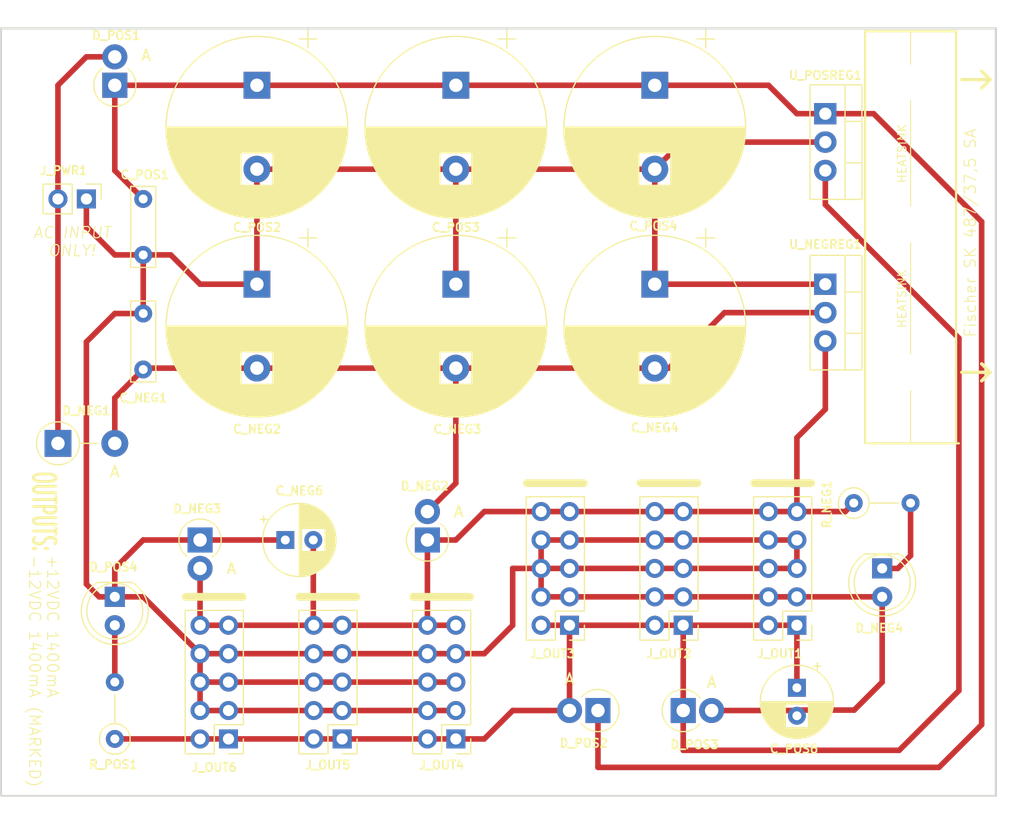
<source format=kicad_pcb>
(kicad_pcb (version 20171130) (host pcbnew "(5.0.0-3-g5ebb6b6)")
  (layers (0 F.Cu signal) (31 B.Cu signal) (34 B.Paste user) (35 F.Paste user) (36 B.SilkS user) (37 F.SilkS user) (38 B.Mask user) (39 F.Mask user) (44 Edge.Cuts user))
  (net 0 "")
  (net 1 "Net-(D_POS4-Pad2)")
  (net 2 GND)
  (net 3 "Net-(D_NEG4-Pad1)")
  (net 4 /DC_NEG_IN)
  (net 5 /DC_POS_IN)
  (net 6 /AC_IN)
  (net 7 /12VDC_NEG_REG)
  (net 8 /12VDC_POS_REG)
  (module MountingHole:MountingHole_3.2mm_M3_ISO14580 (layer F.Cu) (at 157.48 84.074)
    (fp_text reference REF** hide)
    (fp_text value MountingHole_3.2mm_M3_ISO14580)
    (pad 1 np_thru_hole circle (at 0 0) (size 3.2 3.2) (drill 3.2) (layers *.Cu *.Mask))
  )
  (module MountingHole:MountingHole_3.2mm_M3_ISO14580 (layer F.Cu) (at 157.48 70.866)
    (fp_text reference REF** hide)
    (fp_text value MountingHole_3.2mm_M3_ISO14580)
    (pad 1 np_thru_hole circle (at 0 0) (size 3.2 3.2) (drill 3.2) (layers *.Cu *.Mask))
  )
  (module Capacitor_THT:CP_Radial_D16.0mm_P7.50mm (layer F.Cu) (at 99.06 76.2 270)
    (fp_text reference C_NEG2 (at 12.954 0) (layer F.SilkS) (effects (font (size 0.75 0.75))))
    (fp_text value 4700uF)
    (pad 2 thru_hole circle (at 7.5 0 270) (size 2.4 2.4) (drill 1.2) (layers *.Cu *.Mask) (net 4 /DC_NEG_IN))
    (pad 1 thru_hole rect (at 0 0 270) (size 2.4 2.4) (drill 1.2) (layers *.Cu *.Mask) (net 2 GND))
  )
  (module Capacitor_THT:CP_Radial_D6.3mm_P2.50mm (layer F.Cu) (at 101.6 99.06)
    (fp_text reference C_NEG6 (at 1.25 -4.4) (layer F.SilkS) (effects (font (size 0.75 0.75))))
    (fp_text value 100uF)
    (pad 2 thru_hole circle (at 2.5 0) (size 1.6 1.6) (drill 0.8) (layers *.Cu *.Mask) (net 7 /12VDC_NEG_REG))
    (pad 1 thru_hole rect (at 0 0) (size 1.6 1.6) (drill 0.8) (layers *.Cu *.Mask) (net 2 GND))
  )
  (module Capacitor_THT:CP_Radial_D16.0mm_P7.50mm (layer F.Cu) (at 99.06 58.42 270)
    (fp_text reference C_POS2 (at 12.7 0) (layer F.SilkS) (effects (font (size 0.75 0.75))))
    (fp_text value 4700uF)
    (pad 1 thru_hole rect (at 0 0 270) (size 2.4 2.4) (drill 1.2) (layers *.Cu *.Mask) (net 5 /DC_POS_IN))
    (pad 2 thru_hole circle (at 7.5 0 270) (size 2.4 2.4) (drill 1.2) (layers *.Cu *.Mask) (net 2 GND))
  )
  (module Package_TO_SOT_THT:TO-220-3_Vertical (layer F.Cu) (at 149.86 60.96 270)
    (fp_text reference U_POSREG1 (at -3.429 0) (layer F.SilkS) (effects (font (size 0.75 0.75))))
    (fp_text value L7812)
    (pad 3 thru_hole oval (at 5.08 0 270) (size 1.905 2) (drill 1.1) (layers *.Cu *.Mask) (net 8 /12VDC_POS_REG))
    (pad 2 thru_hole oval (at 2.54 0 270) (size 1.905 2) (drill 1.1) (layers *.Cu *.Mask) (net 2 GND))
    (pad 1 thru_hole rect (at 0 0 270) (size 1.905 2) (drill 1.1) (layers *.Cu *.Mask) (net 5 /DC_POS_IN))
  )
  (module Capacitor_THT:C_Rect_L7.0mm_W2.0mm_P5.00mm (layer F.Cu) (at 88.9 83.82 90)
    (fp_text reference C_NEG1 (at -2.54 0 180) (layer F.SilkS) (effects (font (size 0.75 0.75))))
    (fp_text value 100nF)
    (pad 2 thru_hole circle (at 5 0 90) (size 1.6 1.6) (drill 0.8) (layers *.Cu *.Mask) (net 2 GND))
    (pad 1 thru_hole circle (at 0 0 90) (size 1.6 1.6) (drill 0.8) (layers *.Cu *.Mask) (net 4 /DC_NEG_IN))
  )
  (module Capacitor_THT:CP_Radial_D16.0mm_P7.50mm (layer F.Cu) (at 116.84 76.2 270)
    (fp_text reference C_NEG3 (at 12.954 -0.127) (layer F.SilkS) (effects (font (size 0.75 0.75))))
    (fp_text value 4700uF)
    (pad 1 thru_hole rect (at 0 0 270) (size 2.4 2.4) (drill 1.2) (layers *.Cu *.Mask) (net 2 GND))
    (pad 2 thru_hole circle (at 7.5 0 270) (size 2.4 2.4) (drill 1.2) (layers *.Cu *.Mask) (net 4 /DC_NEG_IN))
  )
  (module Capacitor_THT:CP_Radial_D16.0mm_P7.50mm (layer F.Cu) (at 134.62 76.2 270)
    (fp_text reference C_NEG4 (at 12.827 0) (layer F.SilkS) (effects (font (size 0.75 0.75))))
    (fp_text value 4700uF)
    (pad 2 thru_hole circle (at 7.5 0 270) (size 2.4 2.4) (drill 1.2) (layers *.Cu *.Mask) (net 4 /DC_NEG_IN))
    (pad 1 thru_hole rect (at 0 0 270) (size 2.4 2.4) (drill 1.2) (layers *.Cu *.Mask) (net 2 GND))
  )
  (module Capacitor_THT:C_Rect_L7.0mm_W2.0mm_P5.00mm (layer F.Cu) (at 88.9 68.58 270)
    (fp_text reference C_POS1 (at -2.159 -0.127) (layer F.SilkS) (effects (font (size 0.75 0.75))))
    (fp_text value 100nF)
    (pad 1 thru_hole circle (at 0 0 270) (size 1.6 1.6) (drill 0.8) (layers *.Cu *.Mask) (net 5 /DC_POS_IN))
    (pad 2 thru_hole circle (at 5 0 270) (size 1.6 1.6) (drill 0.8) (layers *.Cu *.Mask) (net 2 GND))
  )
  (module Capacitor_THT:CP_Radial_D16.0mm_P7.50mm (layer F.Cu) (at 116.84 58.42 270)
    (fp_text reference C_POS3 (at 12.7 0) (layer F.SilkS) (effects (font (size 0.75 0.75))))
    (fp_text value 4700uF)
    (pad 2 thru_hole circle (at 7.5 0 270) (size 2.4 2.4) (drill 1.2) (layers *.Cu *.Mask) (net 2 GND))
    (pad 1 thru_hole rect (at 0 0 270) (size 2.4 2.4) (drill 1.2) (layers *.Cu *.Mask) (net 5 /DC_POS_IN))
  )
  (module Capacitor_THT:CP_Radial_D16.0mm_P7.50mm (layer F.Cu) (at 134.62 58.42 270)
    (fp_text reference C_POS4 (at 12.573 0.127) (layer F.SilkS) (effects (font (size 0.75 0.75))))
    (fp_text value 4700uF)
    (pad 1 thru_hole rect (at 0 0 270) (size 2.4 2.4) (drill 1.2) (layers *.Cu *.Mask) (net 5 /DC_POS_IN))
    (pad 2 thru_hole circle (at 7.5 0 270) (size 2.4 2.4) (drill 1.2) (layers *.Cu *.Mask) (net 2 GND))
  )
  (module Capacitor_THT:CP_Radial_D6.3mm_P2.50mm (layer F.Cu) (at 147.32 112.268 270)
    (fp_text reference C_POS6 (at 5.461 0.254) (layer F.SilkS) (effects (font (size 0.75 0.75))))
    (fp_text value 100uF)
    (pad 1 thru_hole rect (at 0 0 270) (size 1.6 1.6) (drill 0.8) (layers *.Cu *.Mask) (net 8 /12VDC_POS_REG))
    (pad 2 thru_hole circle (at 2.5 0 270) (size 1.6 1.6) (drill 0.8) (layers *.Cu *.Mask) (net 2 GND))
  )
  (module Diode_THT:D_DO-15_P2.54mm_Vertical_AnodeUp (layer F.Cu) (at 86.36 58.42 90)
    (fp_text reference D_POS1 (at 4.445 0.127 180) (layer F.SilkS) (effects (font (size 0.75 0.75))))
    (fp_text value 1N4004)
    (fp_text user A (at 2.667 2.794 180) (layer F.SilkS))
    (pad 1 thru_hole rect (at 0 0 90) (size 2.24 2.24) (drill 1.2) (layers *.Cu *.Mask) (net 5 /DC_POS_IN))
    (pad 2 thru_hole oval (at 2.54 0 90) (size 2.24 2.24) (drill 1.2) (layers *.Cu *.Mask) (net 6 /AC_IN))
  )
  (module LED_THT:LED_D5.0mm (layer F.Cu) (at 86.36 104.14 270)
    (fp_text reference D_POS4 (at -2.667 0.127) (layer F.SilkS) (effects (font (size 0.75 0.75))))
    (fp_text value LED)
    (pad 2 thru_hole circle (at 2.54 0 270) (size 1.8 1.8) (drill 0.9) (layers *.Cu *.Mask) (net 1 "Net-(D_POS4-Pad2)"))
    (pad 1 thru_hole rect (at 0 0 270) (size 1.8 1.8) (drill 0.9) (layers *.Cu *.Mask) (net 2 GND))
  )
  (module Connector_PinHeader_2.54mm:PinHeader_2x05_P2.54mm_Vertical (layer F.Cu) (at 147.32 106.68 180)
    (fp_text reference J_OUT1 (at 1.524 -2.54 180) (layer F.SilkS) (effects (font (size 0.75 0.75))))
    (fp_text value Conn_02x05_Odd_Even)
    (pad 1 thru_hole rect (at 0 0 180) (size 1.7 1.7) (drill 1) (layers *.Cu *.Mask) (net 8 /12VDC_POS_REG))
    (pad 2 thru_hole oval (at 2.54 0 180) (size 1.7 1.7) (drill 1) (layers *.Cu *.Mask) (net 8 /12VDC_POS_REG))
    (pad 3 thru_hole oval (at 0 2.54 180) (size 1.7 1.7) (drill 1) (layers *.Cu *.Mask) (net 2 GND))
    (pad 4 thru_hole oval (at 2.54 2.54 180) (size 1.7 1.7) (drill 1) (layers *.Cu *.Mask) (net 2 GND))
    (pad 5 thru_hole oval (at 0 5.08 180) (size 1.7 1.7) (drill 1) (layers *.Cu *.Mask) (net 2 GND))
    (pad 6 thru_hole oval (at 2.54 5.08 180) (size 1.7 1.7) (drill 1) (layers *.Cu *.Mask) (net 2 GND))
    (pad 7 thru_hole oval (at 0 7.62 180) (size 1.7 1.7) (drill 1) (layers *.Cu *.Mask) (net 2 GND))
    (pad 8 thru_hole oval (at 2.54 7.62 180) (size 1.7 1.7) (drill 1) (layers *.Cu *.Mask) (net 2 GND))
    (pad 9 thru_hole oval (at 0 10.16 180) (size 1.7 1.7) (drill 1) (layers *.Cu *.Mask) (net 7 /12VDC_NEG_REG))
    (pad 10 thru_hole oval (at 2.54 10.16 180) (size 1.7 1.7) (drill 1) (layers *.Cu *.Mask) (net 7 /12VDC_NEG_REG))
  )
  (module Connector_PinHeader_2.54mm:PinHeader_2x05_P2.54mm_Vertical (layer F.Cu) (at 137.16 106.68 180)
    (fp_text reference J_OUT2 (at 1.27 -2.54 180) (layer F.SilkS) (effects (font (size 0.75 0.75))))
    (fp_text value Conn_02x05_Odd_Even)
    (pad 10 thru_hole oval (at 2.54 10.16 180) (size 1.7 1.7) (drill 1) (layers *.Cu *.Mask) (net 7 /12VDC_NEG_REG))
    (pad 9 thru_hole oval (at 0 10.16 180) (size 1.7 1.7) (drill 1) (layers *.Cu *.Mask) (net 7 /12VDC_NEG_REG))
    (pad 8 thru_hole oval (at 2.54 7.62 180) (size 1.7 1.7) (drill 1) (layers *.Cu *.Mask) (net 2 GND))
    (pad 7 thru_hole oval (at 0 7.62 180) (size 1.7 1.7) (drill 1) (layers *.Cu *.Mask) (net 2 GND))
    (pad 6 thru_hole oval (at 2.54 5.08 180) (size 1.7 1.7) (drill 1) (layers *.Cu *.Mask) (net 2 GND))
    (pad 5 thru_hole oval (at 0 5.08 180) (size 1.7 1.7) (drill 1) (layers *.Cu *.Mask) (net 2 GND))
    (pad 4 thru_hole oval (at 2.54 2.54 180) (size 1.7 1.7) (drill 1) (layers *.Cu *.Mask) (net 2 GND))
    (pad 3 thru_hole oval (at 0 2.54 180) (size 1.7 1.7) (drill 1) (layers *.Cu *.Mask) (net 2 GND))
    (pad 2 thru_hole oval (at 2.54 0 180) (size 1.7 1.7) (drill 1) (layers *.Cu *.Mask) (net 8 /12VDC_POS_REG))
    (pad 1 thru_hole rect (at 0 0 180) (size 1.7 1.7) (drill 1) (layers *.Cu *.Mask) (net 8 /12VDC_POS_REG))
  )
  (module Connector_PinHeader_2.54mm:PinHeader_2x05_P2.54mm_Vertical (layer F.Cu) (at 127 106.68 180)
    (fp_text reference J_OUT3 (at 1.524 -2.54 180) (layer F.SilkS) (effects (font (size 0.75 0.75))))
    (fp_text value Conn_02x05_Odd_Even)
    (pad 1 thru_hole rect (at 0 0 180) (size 1.7 1.7) (drill 1) (layers *.Cu *.Mask) (net 8 /12VDC_POS_REG))
    (pad 2 thru_hole oval (at 2.54 0 180) (size 1.7 1.7) (drill 1) (layers *.Cu *.Mask) (net 8 /12VDC_POS_REG))
    (pad 3 thru_hole oval (at 0 2.54 180) (size 1.7 1.7) (drill 1) (layers *.Cu *.Mask) (net 2 GND))
    (pad 4 thru_hole oval (at 2.54 2.54 180) (size 1.7 1.7) (drill 1) (layers *.Cu *.Mask) (net 2 GND))
    (pad 5 thru_hole oval (at 0 5.08 180) (size 1.7 1.7) (drill 1) (layers *.Cu *.Mask) (net 2 GND))
    (pad 6 thru_hole oval (at 2.54 5.08 180) (size 1.7 1.7) (drill 1) (layers *.Cu *.Mask) (net 2 GND))
    (pad 7 thru_hole oval (at 0 7.62 180) (size 1.7 1.7) (drill 1) (layers *.Cu *.Mask) (net 2 GND))
    (pad 8 thru_hole oval (at 2.54 7.62 180) (size 1.7 1.7) (drill 1) (layers *.Cu *.Mask) (net 2 GND))
    (pad 9 thru_hole oval (at 0 10.16 180) (size 1.7 1.7) (drill 1) (layers *.Cu *.Mask) (net 7 /12VDC_NEG_REG))
    (pad 10 thru_hole oval (at 2.54 10.16 180) (size 1.7 1.7) (drill 1) (layers *.Cu *.Mask) (net 7 /12VDC_NEG_REG))
  )
  (module Connector_PinHeader_2.54mm:PinHeader_2x05_P2.54mm_Vertical (layer F.Cu) (at 116.84 116.84 180)
    (fp_text reference J_OUT4 (at 1.27 -2.33 180) (layer F.SilkS) (effects (font (size 0.75 0.75))))
    (fp_text value Conn_02x05_Odd_Even)
    (pad 10 thru_hole oval (at 2.54 10.16 180) (size 1.7 1.7) (drill 1) (layers *.Cu *.Mask) (net 7 /12VDC_NEG_REG))
    (pad 9 thru_hole oval (at 0 10.16 180) (size 1.7 1.7) (drill 1) (layers *.Cu *.Mask) (net 7 /12VDC_NEG_REG))
    (pad 8 thru_hole oval (at 2.54 7.62 180) (size 1.7 1.7) (drill 1) (layers *.Cu *.Mask) (net 2 GND))
    (pad 7 thru_hole oval (at 0 7.62 180) (size 1.7 1.7) (drill 1) (layers *.Cu *.Mask) (net 2 GND))
    (pad 6 thru_hole oval (at 2.54 5.08 180) (size 1.7 1.7) (drill 1) (layers *.Cu *.Mask) (net 2 GND))
    (pad 5 thru_hole oval (at 0 5.08 180) (size 1.7 1.7) (drill 1) (layers *.Cu *.Mask) (net 2 GND))
    (pad 4 thru_hole oval (at 2.54 2.54 180) (size 1.7 1.7) (drill 1) (layers *.Cu *.Mask) (net 2 GND))
    (pad 3 thru_hole oval (at 0 2.54 180) (size 1.7 1.7) (drill 1) (layers *.Cu *.Mask) (net 2 GND))
    (pad 2 thru_hole oval (at 2.54 0 180) (size 1.7 1.7) (drill 1) (layers *.Cu *.Mask) (net 8 /12VDC_POS_REG))
    (pad 1 thru_hole rect (at 0 0 180) (size 1.7 1.7) (drill 1) (layers *.Cu *.Mask) (net 8 /12VDC_POS_REG))
  )
  (module Connector_PinHeader_2.54mm:PinHeader_2x05_P2.54mm_Vertical (layer F.Cu) (at 106.68 116.84 180)
    (fp_text reference J_OUT5 (at 1.27 -2.33 180) (layer F.SilkS) (effects (font (size 0.75 0.75))))
    (fp_text value Conn_02x05_Odd_Even)
    (pad 1 thru_hole rect (at 0 0 180) (size 1.7 1.7) (drill 1) (layers *.Cu *.Mask) (net 8 /12VDC_POS_REG))
    (pad 2 thru_hole oval (at 2.54 0 180) (size 1.7 1.7) (drill 1) (layers *.Cu *.Mask) (net 8 /12VDC_POS_REG))
    (pad 3 thru_hole oval (at 0 2.54 180) (size 1.7 1.7) (drill 1) (layers *.Cu *.Mask) (net 2 GND))
    (pad 4 thru_hole oval (at 2.54 2.54 180) (size 1.7 1.7) (drill 1) (layers *.Cu *.Mask) (net 2 GND))
    (pad 5 thru_hole oval (at 0 5.08 180) (size 1.7 1.7) (drill 1) (layers *.Cu *.Mask) (net 2 GND))
    (pad 6 thru_hole oval (at 2.54 5.08 180) (size 1.7 1.7) (drill 1) (layers *.Cu *.Mask) (net 2 GND))
    (pad 7 thru_hole oval (at 0 7.62 180) (size 1.7 1.7) (drill 1) (layers *.Cu *.Mask) (net 2 GND))
    (pad 8 thru_hole oval (at 2.54 7.62 180) (size 1.7 1.7) (drill 1) (layers *.Cu *.Mask) (net 2 GND))
    (pad 9 thru_hole oval (at 0 10.16 180) (size 1.7 1.7) (drill 1) (layers *.Cu *.Mask) (net 7 /12VDC_NEG_REG))
    (pad 10 thru_hole oval (at 2.54 10.16 180) (size 1.7 1.7) (drill 1) (layers *.Cu *.Mask) (net 7 /12VDC_NEG_REG))
  )
  (module Connector_PinHeader_2.54mm:PinHeader_2x05_P2.54mm_Vertical (layer F.Cu) (at 96.52 116.84 180)
    (fp_text reference J_OUT6 (at 1.27 -2.54 180) (layer F.SilkS) (effects (font (size 0.75 0.75))))
    (fp_text value Conn_02x05_Odd_Even)
    (pad 10 thru_hole oval (at 2.54 10.16 180) (size 1.7 1.7) (drill 1) (layers *.Cu *.Mask) (net 7 /12VDC_NEG_REG))
    (pad 9 thru_hole oval (at 0 10.16 180) (size 1.7 1.7) (drill 1) (layers *.Cu *.Mask) (net 7 /12VDC_NEG_REG))
    (pad 8 thru_hole oval (at 2.54 7.62 180) (size 1.7 1.7) (drill 1) (layers *.Cu *.Mask) (net 2 GND))
    (pad 7 thru_hole oval (at 0 7.62 180) (size 1.7 1.7) (drill 1) (layers *.Cu *.Mask) (net 2 GND))
    (pad 6 thru_hole oval (at 2.54 5.08 180) (size 1.7 1.7) (drill 1) (layers *.Cu *.Mask) (net 2 GND))
    (pad 5 thru_hole oval (at 0 5.08 180) (size 1.7 1.7) (drill 1) (layers *.Cu *.Mask) (net 2 GND))
    (pad 4 thru_hole oval (at 2.54 2.54 180) (size 1.7 1.7) (drill 1) (layers *.Cu *.Mask) (net 2 GND))
    (pad 3 thru_hole oval (at 0 2.54 180) (size 1.7 1.7) (drill 1) (layers *.Cu *.Mask) (net 2 GND))
    (pad 2 thru_hole oval (at 2.54 0 180) (size 1.7 1.7) (drill 1) (layers *.Cu *.Mask) (net 8 /12VDC_POS_REG))
    (pad 1 thru_hole rect (at 0 0 180) (size 1.7 1.7) (drill 1) (layers *.Cu *.Mask) (net 8 /12VDC_POS_REG))
  )
  (module Connector_PinHeader_2.54mm:PinHeader_1x02_P2.54mm_Vertical (layer F.Cu) (at 83.82 68.58 270)
    (fp_text reference J_PWR1 (at -2.54 2.032) (layer F.SilkS) (effects (font (size 0.75 0.75))))
    (fp_text value Conn_01x02)
    (pad 1 thru_hole rect (at 0 0 270) (size 1.7 1.7) (drill 1) (layers *.Cu *.Mask) (net 2 GND))
    (pad 2 thru_hole oval (at 0 2.54 270) (size 1.7 1.7) (drill 1) (layers *.Cu *.Mask) (net 6 /AC_IN))
  )
  (module Resistor_THT:R_Axial_DIN0207_L6.3mm_D2.5mm_P5.08mm_Vertical (layer F.Cu) (at 152.4 95.758)
    (fp_text reference R_NEG1 (at -2.413 0.127 -270) (layer F.SilkS) (effects (font (size 0.75 0.75))))
    (fp_text value 1K)
    (pad 1 thru_hole circle (at 0 0) (size 1.6 1.6) (drill 0.8) (layers *.Cu *.Mask) (net 7 /12VDC_NEG_REG))
    (pad 2 thru_hole oval (at 5.08 0) (size 1.6 1.6) (drill 0.8) (layers *.Cu *.Mask) (net 3 "Net-(D_NEG4-Pad1)"))
  )
  (module Resistor_THT:R_Axial_DIN0207_L6.3mm_D2.5mm_P5.08mm_Vertical (layer F.Cu) (at 86.36 116.84 90)
    (fp_text reference R_POS1 (at -2.286 -0.127 180) (layer F.SilkS) (effects (font (size 0.75 0.75))))
    (fp_text value 1K)
    (pad 2 thru_hole oval (at 5.08 0 90) (size 1.6 1.6) (drill 0.8) (layers *.Cu *.Mask) (net 1 "Net-(D_POS4-Pad2)"))
    (pad 1 thru_hole circle (at 0 0 90) (size 1.6 1.6) (drill 0.8) (layers *.Cu *.Mask) (net 8 /12VDC_POS_REG))
  )
  (module Package_TO_SOT_THT:TO-220-3_Vertical (layer F.Cu) (at 149.86 76.2 270)
    (fp_text reference U_NEGREG1 (at -3.556 0) (layer F.SilkS) (effects (font (size 0.75 0.75))))
    (fp_text value L7912)
    (pad 1 thru_hole rect (at 0 0 270) (size 1.905 2) (drill 1.1) (layers *.Cu *.Mask) (net 2 GND))
    (pad 2 thru_hole oval (at 2.54 0 270) (size 1.905 2) (drill 1.1) (layers *.Cu *.Mask) (net 4 /DC_NEG_IN))
    (pad 3 thru_hole oval (at 5.08 0 270) (size 1.905 2) (drill 1.1) (layers *.Cu *.Mask) (net 7 /12VDC_NEG_REG))
  )
  (module Diode_THT:D_DO-15_P2.54mm_Vertical_AnodeUp (layer F.Cu) (at 114.3 99.06 90)
    (fp_text reference D_NEG2 (at 4.826 -0.254 180) (layer F.SilkS) (effects (font (size 0.75 0.75))))
    (fp_text value 1N4004)
    (fp_text user A (at 2.54 2.794 180) (layer F.SilkS))
    (pad 2 thru_hole oval (at 2.54 0 90) (size 2.24 2.24) (drill 1.2) (layers *.Cu *.Mask) (net 4 /DC_NEG_IN))
    (pad 1 thru_hole rect (at 0 0 90) (size 2.24 2.24) (drill 1.2) (layers *.Cu *.Mask) (net 7 /12VDC_NEG_REG))
  )
  (module Diode_THT:D_DO-15_P2.54mm_Vertical_AnodeUp (layer F.Cu) (at 93.98 99.06 270)
    (fp_text reference D_NEG3 (at -2.794 0.254) (layer F.SilkS) (effects (font (size 0.75 0.75))))
    (fp_text value 1N4004)
    (fp_text user A (at 2.54 -2.794) (layer F.SilkS))
    (pad 1 thru_hole rect (at 0 0 270) (size 2.24 2.24) (drill 1.2) (layers *.Cu *.Mask) (net 2 GND))
    (pad 2 thru_hole oval (at 2.54 0 270) (size 2.24 2.24) (drill 1.2) (layers *.Cu *.Mask) (net 7 /12VDC_NEG_REG))
  )
  (module Diode_THT:D_DO-15_P2.54mm_Vertical_AnodeUp (layer F.Cu) (at 129.54 114.3 180)
    (fp_text reference D_POS2 (at 1.27 -2.92 180) (layer F.SilkS) (effects (font (size 0.75 0.75))))
    (fp_text value 1N4004)
    (fp_text user A (at 2.54 2.794 180) (layer F.SilkS))
    (pad 1 thru_hole rect (at 0 0 180) (size 2.24 2.24) (drill 1.2) (layers *.Cu *.Mask) (net 5 /DC_POS_IN))
    (pad 2 thru_hole oval (at 2.54 0 180) (size 2.24 2.24) (drill 1.2) (layers *.Cu *.Mask) (net 8 /12VDC_POS_REG))
  )
  (module Diode_THT:D_DO-15_P2.54mm_Vertical_AnodeUp (layer F.Cu) (at 137.16 114.3)
    (fp_text reference D_POS3 (at 1.016 3.048) (layer F.SilkS) (effects (font (size 0.75 0.75))))
    (fp_text value 1N4004)
    (fp_text user A (at 2.54 -2.54) (layer F.SilkS))
    (pad 2 thru_hole oval (at 2.54 0) (size 2.24 2.24) (drill 1.2) (layers *.Cu *.Mask) (net 2 GND))
    (pad 1 thru_hole rect (at 0 0) (size 2.24 2.24) (drill 1.2) (layers *.Cu *.Mask) (net 8 /12VDC_POS_REG))
  )
  (module Diode_THT:D_DO-15_P5.08mm_Vertical_AnodeUp (layer F.Cu) (at 81.28 90.424)
    (fp_text reference D_NEG1 (at 2.54 -2.92) (layer F.SilkS) (effects (font (size 0.75 0.75))))
    (fp_text value 1N4007)
    (fp_text user A (at 5.08 2.54) (layer F.SilkS))
    (pad 1 thru_hole rect (at 0 0) (size 2.4 2.4) (drill 1.2) (layers *.Cu *.Mask) (net 6 /AC_IN))
    (pad 2 thru_hole oval (at 5.08 0) (size 2.4 2.4) (drill 1.2) (layers *.Cu *.Mask) (net 4 /DC_NEG_IN))
  )
  (module LED_THT:LED_D5.0mm (layer F.Cu) (at 154.94 101.6 270)
    (fp_text reference D_NEG4 (at 5.334 0.254) (layer F.SilkS) (effects (font (size 0.75 0.75))))
    (fp_text value LED)
    (pad 1 thru_hole rect (at 0 0 270) (size 1.8 1.8) (drill 0.9) (layers *.Cu *.Mask) (net 3 "Net-(D_NEG4-Pad1)"))
    (pad 2 thru_hole circle (at 2.54 0 270) (size 1.8 1.8) (drill 0.9) (layers *.Cu *.Mask) (net 2 GND))
  )
  (module MountingHole:MountingHole_3.2mm_M3_ISO14580 (layer F.Cu) (at 157.48 58.166)
    (fp_text reference REF** hide)
    (fp_text value MountingHole_3.2mm_M3_ISO14580)
    (pad 1 np_thru_hole circle (at 0 0) (size 3.2 3.2) (drill 3.2) (layers *.Cu *.Mask))
  )
  (gr_text OUTPUTS: (at 80.01 96.52 270) (layer F.SilkS) (effects (font (size 2 1) (thickness 0.25))))
  (gr_text "+12VDC 1400mA\n-12VDC 1400mA (MARKED)" (at 80.01 100.33 270) (layer F.SilkS) (effects (font (size 1 1) (thickness 0.1)) (justify left)))
  (gr_line (start 164.592 84.074) (end 163.83 84.836) (layer F.SilkS) (width 0.3))
  (gr_line (start 164.592 84.074) (end 163.83 83.312) (layer F.SilkS) (width 0.3))
  (gr_line (start 162.052 84.074) (end 164.592 84.074) (layer F.SilkS) (width 0.3))
  (gr_line (start 164.592 57.912) (end 163.83 57.15) (layer F.SilkS) (width 0.3))
  (gr_line (start 164.592 57.912) (end 163.83 58.674) (layer F.SilkS) (width 0.3))
  (gr_line (start 162.052 57.912) (end 164.592 57.912) (layer F.SilkS) (width 0.3))
  (gr_line (start 161.544 53.594) (end 161.544 90.424) (layer F.SilkS) (width 0.2))
  (gr_line (start 153.416 53.594) (end 153.416 90.424) (layer F.SilkS) (width 0.2))
  (gr_line (start 161.544 53.594) (end 153.416 53.594) (layer F.SilkS) (width 0.2))
  (gr_line (start 161.798 90.424) (end 153.67 90.424) (layer F.SilkS) (width 0.2))
  (gr_text "AC INPUT\nONLY!" (at 82.55 72.39) (layer F.SilkS) (effects (font (size 1 1) (thickness 0.1) italic)))
  (gr_text "Fischer SK 487/37,5 SA" (at 162.814 71.628 90) (layer F.SilkS) (effects (font (size 1 1) (thickness 0.1))))
  (gr_line (start 97.79 104.14) (end 92.71 104.14) (layer F.SilkS) (width 0.7))
  (gr_line (start 107.95 104.14) (end 102.87 104.14) (layer F.SilkS) (width 0.7))
  (gr_line (start 118.11 104.14) (end 113.03 104.14) (layer F.SilkS) (width 0.7))
  (gr_line (start 128.27 93.98) (end 123.19 93.98) (layer F.SilkS) (width 0.7))
  (gr_line (start 138.43 93.98) (end 133.35 93.98) (layer F.SilkS) (width 0.7))
  (gr_line (start 148.59 93.98) (end 143.51 93.98) (layer F.SilkS) (width 0.7))
  (gr_text HEATSINK (at 156.718 77.47 90) (layer F.SilkS) (effects (font (size 0.75 0.75) (thickness 0.1))))
  (gr_text HEATSINK (at 156.718 64.516 90) (layer F.SilkS) (effects (font (size 0.75 0.75) (thickness 0.1))))
  (gr_line (start 157.48 53.594) (end 157.48 90.424) (layer F.SilkS) (width 0.1))
  (gr_line (start 76.2 121.92) (end 76.2 53.34) (layer Edge.Cuts) (width 0.15))
  (gr_line (start 165.1 121.92) (end 76.2 121.92) (layer Edge.Cuts) (width 0.15))
  (gr_line (start 165.1 53.34) (end 165.1 121.92) (layer Edge.Cuts) (width 0.2))
  (gr_line (start 76.2 53.34) (end 165.1 53.34) (layer Edge.Cuts) (width 0.2))
  (segment (start 86.36 116.84) (end 93.98 116.84) (width 0.5) (layer F.Cu) (net 8))
  (segment (start 116.84 116.84) (end 93.98 116.84) (width 0.5) (layer F.Cu) (net 8))
  (segment (start 127 114.3) (end 127 106.68) (width 0.5) (layer F.Cu) (net 8))
  (segment (start 124.46 106.68) (end 147.32 106.68) (width 0.5) (layer F.Cu) (net 8))
  (segment (start 137.16 114.3) (end 137.16 106.68) (width 0.5) (layer F.Cu) (net 8))
  (segment (start 147.32 111.76) (end 147.32 106.68) (width 0.5) (layer F.Cu) (net 8))
  (segment (start 121.92 114.3) (end 127 114.3) (width 0.5) (layer F.Cu) (net 8))
  (segment (start 116.84 116.84) (end 119.38 116.84) (width 0.5) (layer F.Cu) (net 8))
  (segment (start 119.38 116.84) (end 121.92 114.3) (width 0.5) (layer F.Cu) (net 8))
  (segment (start 116.84 106.68) (end 93.98 106.68) (width 0.5) (layer F.Cu) (net 7))
  (segment (start 147.32 96.52) (end 124.46 96.52) (width 0.5) (layer F.Cu) (net 7))
  (segment (start 104.1 106.64) (end 104.14 106.68) (width 0.5) (layer F.Cu) (net 7))
  (segment (start 104.1 99.06) (end 104.1 106.64) (width 0.5) (layer F.Cu) (net 7))
  (segment (start 93.98 101.6) (end 93.98 106.68) (width 0.5) (layer F.Cu) (net 7))
  (segment (start 114.3 106.68) (end 114.3 99.06) (width 0.5) (layer F.Cu) (net 7))
  (segment (start 119.38 96.52) (end 124.46 96.52) (width 0.5) (layer F.Cu) (net 7))
  (segment (start 114.3 99.06) (end 116.84 99.06) (width 0.5) (layer F.Cu) (net 7))
  (segment (start 116.84 99.06) (end 119.38 96.52) (width 0.5) (layer F.Cu) (net 7))
  (segment (start 86.36 106.68) (end 86.36 111.76) (width 0.5) (layer F.Cu) (net 1))
  (segment (start 83.82 68.58) (end 83.82 71.12) (width 0.5) (layer F.Cu) (net 2))
  (segment (start 83.9 71.12) (end 86.36 73.58) (width 0.5) (layer F.Cu) (net 2))
  (segment (start 83.82 71.12) (end 83.9 71.12) (width 0.5) (layer F.Cu) (net 2))
  (segment (start 93.98 114.3) (end 93.98 109.22) (width 0.5) (layer F.Cu) (net 2))
  (segment (start 93.98 114.3) (end 116.84 114.3) (width 0.5) (layer F.Cu) (net 2))
  (segment (start 116.84 111.76) (end 93.98 111.76) (width 0.5) (layer F.Cu) (net 2))
  (segment (start 93.98 109.22) (end 116.84 109.22) (width 0.5) (layer F.Cu) (net 2))
  (segment (start 101.6 99.06) (end 93.98 99.06) (width 0.5) (layer F.Cu) (net 2))
  (segment (start 86.36 104.14) (end 86.36 101.6) (width 0.5) (layer F.Cu) (net 2))
  (segment (start 88.9 99.06) (end 93.98 99.06) (width 0.5) (layer F.Cu) (net 2))
  (segment (start 86.36 101.6) (end 88.9 99.06) (width 0.5) (layer F.Cu) (net 2))
  (segment (start 88.9 104.14) (end 93.98 109.22) (width 0.5) (layer F.Cu) (net 2))
  (segment (start 86.36 104.14) (end 88.9 104.14) (width 0.5) (layer F.Cu) (net 2))
  (segment (start 147.28 114.3) (end 147.32 114.26) (width 0.5) (layer F.Cu) (net 2))
  (segment (start 139.7 114.3) (end 147.28 114.3) (width 0.5) (layer F.Cu) (net 2))
  (segment (start 124.46 99.06) (end 124.46 104.14) (width 0.5) (layer F.Cu) (net 2))
  (segment (start 124.46 99.06) (end 147.32 99.06) (width 0.5) (layer F.Cu) (net 2))
  (segment (start 147.32 99.06) (end 147.32 101.6) (width 0.5) (layer F.Cu) (net 2))
  (segment (start 124.46 104.14) (end 147.32 104.14) (width 0.5) (layer F.Cu) (net 2))
  (segment (start 124.46 101.6) (end 147.32 101.6) (width 0.5) (layer F.Cu) (net 2))
  (segment (start 121.92 101.6) (end 124.46 101.6) (width 0.5) (layer F.Cu) (net 2))
  (segment (start 121.92 106.68) (end 121.92 101.6) (width 0.5) (layer F.Cu) (net 2))
  (segment (start 116.84 109.22) (end 119.38 109.22) (width 0.5) (layer F.Cu) (net 2))
  (segment (start 119.38 109.22) (end 121.92 106.68) (width 0.5) (layer F.Cu) (net 2))
  (segment (start 84.96 104.14) (end 86.36 104.14) (width 0.5) (layer F.Cu) (net 2))
  (segment (start 83.82 103) (end 84.96 104.14) (width 0.5) (layer F.Cu) (net 2))
  (segment (start 86.36 73.58) (end 88.9 73.58) (width 0.5) (layer F.Cu) (net 2))
  (segment (start 154.94 104.14) (end 147.32 104.14) (width 0.5) (layer F.Cu) (net 2))
  (segment (start 154.94 111.76) (end 154.94 104.14) (width 0.5) (layer F.Cu) (net 2))
  (segment (start 147.32 114.26) (end 152.44 114.26) (width 0.5) (layer F.Cu) (net 2))
  (segment (start 152.44 114.26) (end 154.94 111.76) (width 0.5) (layer F.Cu) (net 2))
  (segment (start 88.9 73.58) (end 91.36 73.58) (width 0.5) (layer F.Cu) (net 2))
  (segment (start 93.98 76.2) (end 99.06 76.2) (width 0.5) (layer F.Cu) (net 2))
  (segment (start 91.36 73.58) (end 93.98 76.2) (width 0.5) (layer F.Cu) (net 2))
  (segment (start 99.06 76.2) (end 99.06 65.92) (width 0.5) (layer F.Cu) (net 2))
  (segment (start 99.06 65.92) (end 134.62 65.92) (width 0.5) (layer F.Cu) (net 2))
  (segment (start 134.62 65.92) (end 134.62 76.2) (width 0.5) (layer F.Cu) (net 2))
  (segment (start 116.84 76.2) (end 116.84 65.92) (width 0.5) (layer F.Cu) (net 2))
  (segment (start 134.62 76.2) (end 149.86 76.2) (width 0.5) (layer F.Cu) (net 2))
  (segment (start 137.04 63.5) (end 134.62 65.92) (width 0.5) (layer F.Cu) (net 2))
  (segment (start 149.86 63.5) (end 137.04 63.5) (width 0.5) (layer F.Cu) (net 2))
  (segment (start 83.82 81.36) (end 86.36 78.82) (width 0.5) (layer F.Cu) (net 2))
  (segment (start 83.82 103) (end 83.82 81.36) (width 0.5) (layer F.Cu) (net 2))
  (segment (start 88.9 78.82) (end 86.36 78.82) (width 0.5) (layer F.Cu) (net 2))
  (segment (start 88.9 78.82) (end 88.9 73.58) (width 0.5) (layer F.Cu) (net 2))
  (segment (start 156.34 101.6) (end 154.94 101.6) (width 0.5) (layer F.Cu) (net 3))
  (segment (start 157.48 100.46) (end 156.34 101.6) (width 0.5) (layer F.Cu) (net 3))
  (segment (start 157.48 95.758) (end 157.48 100.46) (width 0.5) (layer F.Cu) (net 3))
  (segment (start 89.02 83.7) (end 135.89 83.7) (width 0.5) (layer F.Cu) (net 4))
  (segment (start 140.85 78.74) (end 135.89 83.7) (width 0.5) (layer F.Cu) (net 4))
  (segment (start 149.86 78.74) (end 140.85 78.74) (width 0.5) (layer F.Cu) (net 4))
  (segment (start 89.02 83.7) (end 88.9 83.82) (width 0.5) (layer F.Cu) (net 4))
  (segment (start 116.96 83.7) (end 118.11 83.7) (width 0.5) (layer F.Cu) (net 4))
  (segment (start 116.84 83.82) (end 116.96 83.7) (width 0.5) (layer F.Cu) (net 4))
  (segment (start 114.3 96.52) (end 116.84 93.98) (width 0.5) (layer F.Cu) (net 4))
  (segment (start 116.84 93.98) (end 116.84 83.82) (width 0.5) (layer F.Cu) (net 4))
  (segment (start 86.36 86.36) (end 88.9 83.82) (width 0.5) (layer F.Cu) (net 4))
  (segment (start 86.36 90.424) (end 86.36 86.36) (width 0.5) (layer F.Cu) (net 4))
  (segment (start 86.36 66.04) (end 88.9 68.58) (width 0.5) (layer F.Cu) (net 5))
  (segment (start 86.36 58.42) (end 86.36 66.04) (width 0.5) (layer F.Cu) (net 5))
  (segment (start 129.54 119.38) (end 129.54 114.3) (width 0.5) (layer F.Cu) (net 5))
  (segment (start 160.02 119.38) (end 129.54 119.38) (width 0.5) (layer F.Cu) (net 5))
  (segment (start 86.36 58.42) (end 144.78 58.42) (width 0.5) (layer F.Cu) (net 5))
  (segment (start 163.83 70.612) (end 163.83 115.57) (width 0.5) (layer F.Cu) (net 5))
  (segment (start 154.178 60.96) (end 163.83 70.612) (width 0.5) (layer F.Cu) (net 5))
  (segment (start 144.78 58.42) (end 147.32 60.96) (width 0.5) (layer F.Cu) (net 5))
  (segment (start 163.83 115.57) (end 160.02 119.38) (width 0.5) (layer F.Cu) (net 5))
  (segment (start 147.32 60.96) (end 154.178 60.96) (width 0.5) (layer F.Cu) (net 5))
  (segment (start 81.28 68.58) (end 81.28 58.42) (width 0.5) (layer F.Cu) (net 6))
  (segment (start 83.82 55.88) (end 86.36 55.88) (width 0.5) (layer F.Cu) (net 6))
  (segment (start 81.28 58.42) (end 83.82 55.88) (width 0.5) (layer F.Cu) (net 6))
  (segment (start 81.28 90.424) (end 81.28 68.58) (width 0.5) (layer F.Cu) (net 6))
  (segment (start 147.32 89.916) (end 147.32 96.52) (width 0.5) (layer F.Cu) (net 7))
  (segment (start 149.86 87.376) (end 147.32 89.916) (width 0.5) (layer F.Cu) (net 7))
  (segment (start 149.86 81.28) (end 149.86 87.376) (width 0.5) (layer F.Cu) (net 7))
  (segment (start 151.638 96.52) (end 152.4 95.758) (width 0.5) (layer F.Cu) (net 7))
  (segment (start 147.32 96.52) (end 151.638 96.52) (width 0.5) (layer F.Cu) (net 7))
  (segment (start 137.16 117.856) (end 137.16 114.3) (width 0.5) (layer F.Cu) (net 8))
  (segment (start 156.464 117.856) (end 137.16 117.856) (width 0.5) (layer F.Cu) (net 8))
  (segment (start 161.798 112.522) (end 156.464 117.856) (width 0.5) (layer F.Cu) (net 8))
  (segment (start 161.798 81.026) (end 161.798 112.522) (width 0.5) (layer F.Cu) (net 8))
  (segment (start 149.86 69.088) (end 161.798 81.026) (width 0.5) (layer F.Cu) (net 8))
  (segment (start 149.86 66.04) (end 149.86 69.088) (width 0.5) (layer F.Cu) (net 8))
)
</source>
